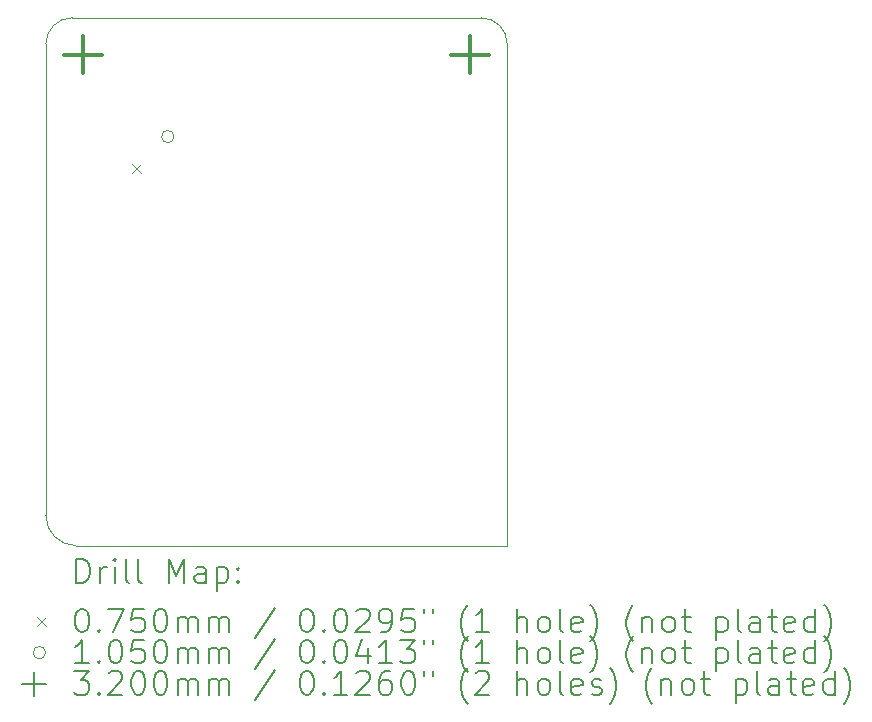
<source format=gbr>
%TF.GenerationSoftware,KiCad,Pcbnew,7.0.9*%
%TF.CreationDate,2025-01-29T12:58:42-06:00*%
%TF.ProjectId,powertrain,706f7765-7274-4726-9169-6e2e6b696361,rev?*%
%TF.SameCoordinates,Original*%
%TF.FileFunction,Drillmap*%
%TF.FilePolarity,Positive*%
%FSLAX45Y45*%
G04 Gerber Fmt 4.5, Leading zero omitted, Abs format (unit mm)*
G04 Created by KiCad (PCBNEW 7.0.9) date 2025-01-29 12:58:42*
%MOMM*%
%LPD*%
G01*
G04 APERTURE LIST*
%ADD10C,0.050000*%
%ADD11C,0.200000*%
%ADD12C,0.100000*%
%ADD13C,0.105000*%
%ADD14C,0.320000*%
G04 APERTURE END LIST*
D10*
X3462000Y-2062500D02*
X6921500Y-2062500D01*
X7145000Y-2286000D02*
X7145000Y-6532000D01*
X3238500Y-2286000D02*
X3238500Y-6223000D01*
X3462000Y-2062500D02*
G75*
G03*
X3238500Y-2286000I0J-223500D01*
G01*
X3238500Y-6278000D02*
G75*
G03*
X3492500Y-6532000I254000J0D01*
G01*
X3492500Y-6532000D02*
X7145000Y-6532000D01*
X7145000Y-2286000D02*
G75*
G03*
X6921500Y-2062500I-223500J0D01*
G01*
X3238500Y-6223000D02*
X3238500Y-6278000D01*
D11*
D12*
X3964814Y-3300786D02*
X4039814Y-3375786D01*
X4039814Y-3300786D02*
X3964814Y-3375786D01*
D13*
X4323515Y-3069585D02*
G75*
G03*
X4323515Y-3069585I-52500J0D01*
G01*
D14*
X3556000Y-2214900D02*
X3556000Y-2534900D01*
X3396000Y-2374900D02*
X3716000Y-2374900D01*
X6832600Y-2214900D02*
X6832600Y-2534900D01*
X6672600Y-2374900D02*
X6992600Y-2374900D01*
D11*
X3496777Y-6845984D02*
X3496777Y-6645984D01*
X3496777Y-6645984D02*
X3544396Y-6645984D01*
X3544396Y-6645984D02*
X3572967Y-6655508D01*
X3572967Y-6655508D02*
X3592015Y-6674555D01*
X3592015Y-6674555D02*
X3601539Y-6693603D01*
X3601539Y-6693603D02*
X3611062Y-6731698D01*
X3611062Y-6731698D02*
X3611062Y-6760269D01*
X3611062Y-6760269D02*
X3601539Y-6798365D01*
X3601539Y-6798365D02*
X3592015Y-6817412D01*
X3592015Y-6817412D02*
X3572967Y-6836460D01*
X3572967Y-6836460D02*
X3544396Y-6845984D01*
X3544396Y-6845984D02*
X3496777Y-6845984D01*
X3696777Y-6845984D02*
X3696777Y-6712650D01*
X3696777Y-6750746D02*
X3706301Y-6731698D01*
X3706301Y-6731698D02*
X3715824Y-6722174D01*
X3715824Y-6722174D02*
X3734872Y-6712650D01*
X3734872Y-6712650D02*
X3753920Y-6712650D01*
X3820586Y-6845984D02*
X3820586Y-6712650D01*
X3820586Y-6645984D02*
X3811062Y-6655508D01*
X3811062Y-6655508D02*
X3820586Y-6665031D01*
X3820586Y-6665031D02*
X3830110Y-6655508D01*
X3830110Y-6655508D02*
X3820586Y-6645984D01*
X3820586Y-6645984D02*
X3820586Y-6665031D01*
X3944396Y-6845984D02*
X3925348Y-6836460D01*
X3925348Y-6836460D02*
X3915824Y-6817412D01*
X3915824Y-6817412D02*
X3915824Y-6645984D01*
X4049158Y-6845984D02*
X4030110Y-6836460D01*
X4030110Y-6836460D02*
X4020586Y-6817412D01*
X4020586Y-6817412D02*
X4020586Y-6645984D01*
X4277729Y-6845984D02*
X4277729Y-6645984D01*
X4277729Y-6645984D02*
X4344396Y-6788841D01*
X4344396Y-6788841D02*
X4411063Y-6645984D01*
X4411063Y-6645984D02*
X4411063Y-6845984D01*
X4592015Y-6845984D02*
X4592015Y-6741222D01*
X4592015Y-6741222D02*
X4582491Y-6722174D01*
X4582491Y-6722174D02*
X4563444Y-6712650D01*
X4563444Y-6712650D02*
X4525348Y-6712650D01*
X4525348Y-6712650D02*
X4506301Y-6722174D01*
X4592015Y-6836460D02*
X4572967Y-6845984D01*
X4572967Y-6845984D02*
X4525348Y-6845984D01*
X4525348Y-6845984D02*
X4506301Y-6836460D01*
X4506301Y-6836460D02*
X4496777Y-6817412D01*
X4496777Y-6817412D02*
X4496777Y-6798365D01*
X4496777Y-6798365D02*
X4506301Y-6779317D01*
X4506301Y-6779317D02*
X4525348Y-6769793D01*
X4525348Y-6769793D02*
X4572967Y-6769793D01*
X4572967Y-6769793D02*
X4592015Y-6760269D01*
X4687253Y-6712650D02*
X4687253Y-6912650D01*
X4687253Y-6722174D02*
X4706301Y-6712650D01*
X4706301Y-6712650D02*
X4744396Y-6712650D01*
X4744396Y-6712650D02*
X4763444Y-6722174D01*
X4763444Y-6722174D02*
X4772967Y-6731698D01*
X4772967Y-6731698D02*
X4782491Y-6750746D01*
X4782491Y-6750746D02*
X4782491Y-6807888D01*
X4782491Y-6807888D02*
X4772967Y-6826936D01*
X4772967Y-6826936D02*
X4763444Y-6836460D01*
X4763444Y-6836460D02*
X4744396Y-6845984D01*
X4744396Y-6845984D02*
X4706301Y-6845984D01*
X4706301Y-6845984D02*
X4687253Y-6836460D01*
X4868205Y-6826936D02*
X4877729Y-6836460D01*
X4877729Y-6836460D02*
X4868205Y-6845984D01*
X4868205Y-6845984D02*
X4858682Y-6836460D01*
X4858682Y-6836460D02*
X4868205Y-6826936D01*
X4868205Y-6826936D02*
X4868205Y-6845984D01*
X4868205Y-6722174D02*
X4877729Y-6731698D01*
X4877729Y-6731698D02*
X4868205Y-6741222D01*
X4868205Y-6741222D02*
X4858682Y-6731698D01*
X4858682Y-6731698D02*
X4868205Y-6722174D01*
X4868205Y-6722174D02*
X4868205Y-6741222D01*
D12*
X3161000Y-7137000D02*
X3236000Y-7212000D01*
X3236000Y-7137000D02*
X3161000Y-7212000D01*
D11*
X3534872Y-7065984D02*
X3553920Y-7065984D01*
X3553920Y-7065984D02*
X3572967Y-7075508D01*
X3572967Y-7075508D02*
X3582491Y-7085031D01*
X3582491Y-7085031D02*
X3592015Y-7104079D01*
X3592015Y-7104079D02*
X3601539Y-7142174D01*
X3601539Y-7142174D02*
X3601539Y-7189793D01*
X3601539Y-7189793D02*
X3592015Y-7227888D01*
X3592015Y-7227888D02*
X3582491Y-7246936D01*
X3582491Y-7246936D02*
X3572967Y-7256460D01*
X3572967Y-7256460D02*
X3553920Y-7265984D01*
X3553920Y-7265984D02*
X3534872Y-7265984D01*
X3534872Y-7265984D02*
X3515824Y-7256460D01*
X3515824Y-7256460D02*
X3506301Y-7246936D01*
X3506301Y-7246936D02*
X3496777Y-7227888D01*
X3496777Y-7227888D02*
X3487253Y-7189793D01*
X3487253Y-7189793D02*
X3487253Y-7142174D01*
X3487253Y-7142174D02*
X3496777Y-7104079D01*
X3496777Y-7104079D02*
X3506301Y-7085031D01*
X3506301Y-7085031D02*
X3515824Y-7075508D01*
X3515824Y-7075508D02*
X3534872Y-7065984D01*
X3687253Y-7246936D02*
X3696777Y-7256460D01*
X3696777Y-7256460D02*
X3687253Y-7265984D01*
X3687253Y-7265984D02*
X3677729Y-7256460D01*
X3677729Y-7256460D02*
X3687253Y-7246936D01*
X3687253Y-7246936D02*
X3687253Y-7265984D01*
X3763443Y-7065984D02*
X3896777Y-7065984D01*
X3896777Y-7065984D02*
X3811062Y-7265984D01*
X4068205Y-7065984D02*
X3972967Y-7065984D01*
X3972967Y-7065984D02*
X3963443Y-7161222D01*
X3963443Y-7161222D02*
X3972967Y-7151698D01*
X3972967Y-7151698D02*
X3992015Y-7142174D01*
X3992015Y-7142174D02*
X4039634Y-7142174D01*
X4039634Y-7142174D02*
X4058682Y-7151698D01*
X4058682Y-7151698D02*
X4068205Y-7161222D01*
X4068205Y-7161222D02*
X4077729Y-7180269D01*
X4077729Y-7180269D02*
X4077729Y-7227888D01*
X4077729Y-7227888D02*
X4068205Y-7246936D01*
X4068205Y-7246936D02*
X4058682Y-7256460D01*
X4058682Y-7256460D02*
X4039634Y-7265984D01*
X4039634Y-7265984D02*
X3992015Y-7265984D01*
X3992015Y-7265984D02*
X3972967Y-7256460D01*
X3972967Y-7256460D02*
X3963443Y-7246936D01*
X4201539Y-7065984D02*
X4220586Y-7065984D01*
X4220586Y-7065984D02*
X4239634Y-7075508D01*
X4239634Y-7075508D02*
X4249158Y-7085031D01*
X4249158Y-7085031D02*
X4258682Y-7104079D01*
X4258682Y-7104079D02*
X4268205Y-7142174D01*
X4268205Y-7142174D02*
X4268205Y-7189793D01*
X4268205Y-7189793D02*
X4258682Y-7227888D01*
X4258682Y-7227888D02*
X4249158Y-7246936D01*
X4249158Y-7246936D02*
X4239634Y-7256460D01*
X4239634Y-7256460D02*
X4220586Y-7265984D01*
X4220586Y-7265984D02*
X4201539Y-7265984D01*
X4201539Y-7265984D02*
X4182491Y-7256460D01*
X4182491Y-7256460D02*
X4172967Y-7246936D01*
X4172967Y-7246936D02*
X4163443Y-7227888D01*
X4163443Y-7227888D02*
X4153920Y-7189793D01*
X4153920Y-7189793D02*
X4153920Y-7142174D01*
X4153920Y-7142174D02*
X4163443Y-7104079D01*
X4163443Y-7104079D02*
X4172967Y-7085031D01*
X4172967Y-7085031D02*
X4182491Y-7075508D01*
X4182491Y-7075508D02*
X4201539Y-7065984D01*
X4353920Y-7265984D02*
X4353920Y-7132650D01*
X4353920Y-7151698D02*
X4363444Y-7142174D01*
X4363444Y-7142174D02*
X4382491Y-7132650D01*
X4382491Y-7132650D02*
X4411063Y-7132650D01*
X4411063Y-7132650D02*
X4430110Y-7142174D01*
X4430110Y-7142174D02*
X4439634Y-7161222D01*
X4439634Y-7161222D02*
X4439634Y-7265984D01*
X4439634Y-7161222D02*
X4449158Y-7142174D01*
X4449158Y-7142174D02*
X4468205Y-7132650D01*
X4468205Y-7132650D02*
X4496777Y-7132650D01*
X4496777Y-7132650D02*
X4515825Y-7142174D01*
X4515825Y-7142174D02*
X4525348Y-7161222D01*
X4525348Y-7161222D02*
X4525348Y-7265984D01*
X4620586Y-7265984D02*
X4620586Y-7132650D01*
X4620586Y-7151698D02*
X4630110Y-7142174D01*
X4630110Y-7142174D02*
X4649158Y-7132650D01*
X4649158Y-7132650D02*
X4677729Y-7132650D01*
X4677729Y-7132650D02*
X4696777Y-7142174D01*
X4696777Y-7142174D02*
X4706301Y-7161222D01*
X4706301Y-7161222D02*
X4706301Y-7265984D01*
X4706301Y-7161222D02*
X4715825Y-7142174D01*
X4715825Y-7142174D02*
X4734872Y-7132650D01*
X4734872Y-7132650D02*
X4763444Y-7132650D01*
X4763444Y-7132650D02*
X4782491Y-7142174D01*
X4782491Y-7142174D02*
X4792015Y-7161222D01*
X4792015Y-7161222D02*
X4792015Y-7265984D01*
X5182491Y-7056460D02*
X5011063Y-7313603D01*
X5439634Y-7065984D02*
X5458682Y-7065984D01*
X5458682Y-7065984D02*
X5477729Y-7075508D01*
X5477729Y-7075508D02*
X5487253Y-7085031D01*
X5487253Y-7085031D02*
X5496777Y-7104079D01*
X5496777Y-7104079D02*
X5506301Y-7142174D01*
X5506301Y-7142174D02*
X5506301Y-7189793D01*
X5506301Y-7189793D02*
X5496777Y-7227888D01*
X5496777Y-7227888D02*
X5487253Y-7246936D01*
X5487253Y-7246936D02*
X5477729Y-7256460D01*
X5477729Y-7256460D02*
X5458682Y-7265984D01*
X5458682Y-7265984D02*
X5439634Y-7265984D01*
X5439634Y-7265984D02*
X5420587Y-7256460D01*
X5420587Y-7256460D02*
X5411063Y-7246936D01*
X5411063Y-7246936D02*
X5401539Y-7227888D01*
X5401539Y-7227888D02*
X5392015Y-7189793D01*
X5392015Y-7189793D02*
X5392015Y-7142174D01*
X5392015Y-7142174D02*
X5401539Y-7104079D01*
X5401539Y-7104079D02*
X5411063Y-7085031D01*
X5411063Y-7085031D02*
X5420587Y-7075508D01*
X5420587Y-7075508D02*
X5439634Y-7065984D01*
X5592015Y-7246936D02*
X5601539Y-7256460D01*
X5601539Y-7256460D02*
X5592015Y-7265984D01*
X5592015Y-7265984D02*
X5582491Y-7256460D01*
X5582491Y-7256460D02*
X5592015Y-7246936D01*
X5592015Y-7246936D02*
X5592015Y-7265984D01*
X5725348Y-7065984D02*
X5744396Y-7065984D01*
X5744396Y-7065984D02*
X5763444Y-7075508D01*
X5763444Y-7075508D02*
X5772967Y-7085031D01*
X5772967Y-7085031D02*
X5782491Y-7104079D01*
X5782491Y-7104079D02*
X5792015Y-7142174D01*
X5792015Y-7142174D02*
X5792015Y-7189793D01*
X5792015Y-7189793D02*
X5782491Y-7227888D01*
X5782491Y-7227888D02*
X5772967Y-7246936D01*
X5772967Y-7246936D02*
X5763444Y-7256460D01*
X5763444Y-7256460D02*
X5744396Y-7265984D01*
X5744396Y-7265984D02*
X5725348Y-7265984D01*
X5725348Y-7265984D02*
X5706301Y-7256460D01*
X5706301Y-7256460D02*
X5696777Y-7246936D01*
X5696777Y-7246936D02*
X5687253Y-7227888D01*
X5687253Y-7227888D02*
X5677729Y-7189793D01*
X5677729Y-7189793D02*
X5677729Y-7142174D01*
X5677729Y-7142174D02*
X5687253Y-7104079D01*
X5687253Y-7104079D02*
X5696777Y-7085031D01*
X5696777Y-7085031D02*
X5706301Y-7075508D01*
X5706301Y-7075508D02*
X5725348Y-7065984D01*
X5868206Y-7085031D02*
X5877729Y-7075508D01*
X5877729Y-7075508D02*
X5896777Y-7065984D01*
X5896777Y-7065984D02*
X5944396Y-7065984D01*
X5944396Y-7065984D02*
X5963444Y-7075508D01*
X5963444Y-7075508D02*
X5972967Y-7085031D01*
X5972967Y-7085031D02*
X5982491Y-7104079D01*
X5982491Y-7104079D02*
X5982491Y-7123127D01*
X5982491Y-7123127D02*
X5972967Y-7151698D01*
X5972967Y-7151698D02*
X5858682Y-7265984D01*
X5858682Y-7265984D02*
X5982491Y-7265984D01*
X6077729Y-7265984D02*
X6115825Y-7265984D01*
X6115825Y-7265984D02*
X6134872Y-7256460D01*
X6134872Y-7256460D02*
X6144396Y-7246936D01*
X6144396Y-7246936D02*
X6163444Y-7218365D01*
X6163444Y-7218365D02*
X6172967Y-7180269D01*
X6172967Y-7180269D02*
X6172967Y-7104079D01*
X6172967Y-7104079D02*
X6163444Y-7085031D01*
X6163444Y-7085031D02*
X6153920Y-7075508D01*
X6153920Y-7075508D02*
X6134872Y-7065984D01*
X6134872Y-7065984D02*
X6096777Y-7065984D01*
X6096777Y-7065984D02*
X6077729Y-7075508D01*
X6077729Y-7075508D02*
X6068206Y-7085031D01*
X6068206Y-7085031D02*
X6058682Y-7104079D01*
X6058682Y-7104079D02*
X6058682Y-7151698D01*
X6058682Y-7151698D02*
X6068206Y-7170746D01*
X6068206Y-7170746D02*
X6077729Y-7180269D01*
X6077729Y-7180269D02*
X6096777Y-7189793D01*
X6096777Y-7189793D02*
X6134872Y-7189793D01*
X6134872Y-7189793D02*
X6153920Y-7180269D01*
X6153920Y-7180269D02*
X6163444Y-7170746D01*
X6163444Y-7170746D02*
X6172967Y-7151698D01*
X6353920Y-7065984D02*
X6258682Y-7065984D01*
X6258682Y-7065984D02*
X6249158Y-7161222D01*
X6249158Y-7161222D02*
X6258682Y-7151698D01*
X6258682Y-7151698D02*
X6277729Y-7142174D01*
X6277729Y-7142174D02*
X6325348Y-7142174D01*
X6325348Y-7142174D02*
X6344396Y-7151698D01*
X6344396Y-7151698D02*
X6353920Y-7161222D01*
X6353920Y-7161222D02*
X6363444Y-7180269D01*
X6363444Y-7180269D02*
X6363444Y-7227888D01*
X6363444Y-7227888D02*
X6353920Y-7246936D01*
X6353920Y-7246936D02*
X6344396Y-7256460D01*
X6344396Y-7256460D02*
X6325348Y-7265984D01*
X6325348Y-7265984D02*
X6277729Y-7265984D01*
X6277729Y-7265984D02*
X6258682Y-7256460D01*
X6258682Y-7256460D02*
X6249158Y-7246936D01*
X6439634Y-7065984D02*
X6439634Y-7104079D01*
X6515825Y-7065984D02*
X6515825Y-7104079D01*
X6811063Y-7342174D02*
X6801539Y-7332650D01*
X6801539Y-7332650D02*
X6782491Y-7304079D01*
X6782491Y-7304079D02*
X6772968Y-7285031D01*
X6772968Y-7285031D02*
X6763444Y-7256460D01*
X6763444Y-7256460D02*
X6753920Y-7208841D01*
X6753920Y-7208841D02*
X6753920Y-7170746D01*
X6753920Y-7170746D02*
X6763444Y-7123127D01*
X6763444Y-7123127D02*
X6772968Y-7094555D01*
X6772968Y-7094555D02*
X6782491Y-7075508D01*
X6782491Y-7075508D02*
X6801539Y-7046936D01*
X6801539Y-7046936D02*
X6811063Y-7037412D01*
X6992015Y-7265984D02*
X6877729Y-7265984D01*
X6934872Y-7265984D02*
X6934872Y-7065984D01*
X6934872Y-7065984D02*
X6915825Y-7094555D01*
X6915825Y-7094555D02*
X6896777Y-7113603D01*
X6896777Y-7113603D02*
X6877729Y-7123127D01*
X7230110Y-7265984D02*
X7230110Y-7065984D01*
X7315825Y-7265984D02*
X7315825Y-7161222D01*
X7315825Y-7161222D02*
X7306301Y-7142174D01*
X7306301Y-7142174D02*
X7287253Y-7132650D01*
X7287253Y-7132650D02*
X7258682Y-7132650D01*
X7258682Y-7132650D02*
X7239634Y-7142174D01*
X7239634Y-7142174D02*
X7230110Y-7151698D01*
X7439634Y-7265984D02*
X7420587Y-7256460D01*
X7420587Y-7256460D02*
X7411063Y-7246936D01*
X7411063Y-7246936D02*
X7401539Y-7227888D01*
X7401539Y-7227888D02*
X7401539Y-7170746D01*
X7401539Y-7170746D02*
X7411063Y-7151698D01*
X7411063Y-7151698D02*
X7420587Y-7142174D01*
X7420587Y-7142174D02*
X7439634Y-7132650D01*
X7439634Y-7132650D02*
X7468206Y-7132650D01*
X7468206Y-7132650D02*
X7487253Y-7142174D01*
X7487253Y-7142174D02*
X7496777Y-7151698D01*
X7496777Y-7151698D02*
X7506301Y-7170746D01*
X7506301Y-7170746D02*
X7506301Y-7227888D01*
X7506301Y-7227888D02*
X7496777Y-7246936D01*
X7496777Y-7246936D02*
X7487253Y-7256460D01*
X7487253Y-7256460D02*
X7468206Y-7265984D01*
X7468206Y-7265984D02*
X7439634Y-7265984D01*
X7620587Y-7265984D02*
X7601539Y-7256460D01*
X7601539Y-7256460D02*
X7592015Y-7237412D01*
X7592015Y-7237412D02*
X7592015Y-7065984D01*
X7772968Y-7256460D02*
X7753920Y-7265984D01*
X7753920Y-7265984D02*
X7715825Y-7265984D01*
X7715825Y-7265984D02*
X7696777Y-7256460D01*
X7696777Y-7256460D02*
X7687253Y-7237412D01*
X7687253Y-7237412D02*
X7687253Y-7161222D01*
X7687253Y-7161222D02*
X7696777Y-7142174D01*
X7696777Y-7142174D02*
X7715825Y-7132650D01*
X7715825Y-7132650D02*
X7753920Y-7132650D01*
X7753920Y-7132650D02*
X7772968Y-7142174D01*
X7772968Y-7142174D02*
X7782491Y-7161222D01*
X7782491Y-7161222D02*
X7782491Y-7180269D01*
X7782491Y-7180269D02*
X7687253Y-7199317D01*
X7849158Y-7342174D02*
X7858682Y-7332650D01*
X7858682Y-7332650D02*
X7877730Y-7304079D01*
X7877730Y-7304079D02*
X7887253Y-7285031D01*
X7887253Y-7285031D02*
X7896777Y-7256460D01*
X7896777Y-7256460D02*
X7906301Y-7208841D01*
X7906301Y-7208841D02*
X7906301Y-7170746D01*
X7906301Y-7170746D02*
X7896777Y-7123127D01*
X7896777Y-7123127D02*
X7887253Y-7094555D01*
X7887253Y-7094555D02*
X7877730Y-7075508D01*
X7877730Y-7075508D02*
X7858682Y-7046936D01*
X7858682Y-7046936D02*
X7849158Y-7037412D01*
X8211063Y-7342174D02*
X8201539Y-7332650D01*
X8201539Y-7332650D02*
X8182491Y-7304079D01*
X8182491Y-7304079D02*
X8172968Y-7285031D01*
X8172968Y-7285031D02*
X8163444Y-7256460D01*
X8163444Y-7256460D02*
X8153920Y-7208841D01*
X8153920Y-7208841D02*
X8153920Y-7170746D01*
X8153920Y-7170746D02*
X8163444Y-7123127D01*
X8163444Y-7123127D02*
X8172968Y-7094555D01*
X8172968Y-7094555D02*
X8182491Y-7075508D01*
X8182491Y-7075508D02*
X8201539Y-7046936D01*
X8201539Y-7046936D02*
X8211063Y-7037412D01*
X8287253Y-7132650D02*
X8287253Y-7265984D01*
X8287253Y-7151698D02*
X8296777Y-7142174D01*
X8296777Y-7142174D02*
X8315825Y-7132650D01*
X8315825Y-7132650D02*
X8344396Y-7132650D01*
X8344396Y-7132650D02*
X8363444Y-7142174D01*
X8363444Y-7142174D02*
X8372968Y-7161222D01*
X8372968Y-7161222D02*
X8372968Y-7265984D01*
X8496777Y-7265984D02*
X8477730Y-7256460D01*
X8477730Y-7256460D02*
X8468206Y-7246936D01*
X8468206Y-7246936D02*
X8458682Y-7227888D01*
X8458682Y-7227888D02*
X8458682Y-7170746D01*
X8458682Y-7170746D02*
X8468206Y-7151698D01*
X8468206Y-7151698D02*
X8477730Y-7142174D01*
X8477730Y-7142174D02*
X8496777Y-7132650D01*
X8496777Y-7132650D02*
X8525349Y-7132650D01*
X8525349Y-7132650D02*
X8544396Y-7142174D01*
X8544396Y-7142174D02*
X8553920Y-7151698D01*
X8553920Y-7151698D02*
X8563444Y-7170746D01*
X8563444Y-7170746D02*
X8563444Y-7227888D01*
X8563444Y-7227888D02*
X8553920Y-7246936D01*
X8553920Y-7246936D02*
X8544396Y-7256460D01*
X8544396Y-7256460D02*
X8525349Y-7265984D01*
X8525349Y-7265984D02*
X8496777Y-7265984D01*
X8620587Y-7132650D02*
X8696777Y-7132650D01*
X8649158Y-7065984D02*
X8649158Y-7237412D01*
X8649158Y-7237412D02*
X8658682Y-7256460D01*
X8658682Y-7256460D02*
X8677730Y-7265984D01*
X8677730Y-7265984D02*
X8696777Y-7265984D01*
X8915825Y-7132650D02*
X8915825Y-7332650D01*
X8915825Y-7142174D02*
X8934873Y-7132650D01*
X8934873Y-7132650D02*
X8972968Y-7132650D01*
X8972968Y-7132650D02*
X8992015Y-7142174D01*
X8992015Y-7142174D02*
X9001539Y-7151698D01*
X9001539Y-7151698D02*
X9011063Y-7170746D01*
X9011063Y-7170746D02*
X9011063Y-7227888D01*
X9011063Y-7227888D02*
X9001539Y-7246936D01*
X9001539Y-7246936D02*
X8992015Y-7256460D01*
X8992015Y-7256460D02*
X8972968Y-7265984D01*
X8972968Y-7265984D02*
X8934873Y-7265984D01*
X8934873Y-7265984D02*
X8915825Y-7256460D01*
X9125349Y-7265984D02*
X9106301Y-7256460D01*
X9106301Y-7256460D02*
X9096777Y-7237412D01*
X9096777Y-7237412D02*
X9096777Y-7065984D01*
X9287254Y-7265984D02*
X9287254Y-7161222D01*
X9287254Y-7161222D02*
X9277730Y-7142174D01*
X9277730Y-7142174D02*
X9258682Y-7132650D01*
X9258682Y-7132650D02*
X9220587Y-7132650D01*
X9220587Y-7132650D02*
X9201539Y-7142174D01*
X9287254Y-7256460D02*
X9268206Y-7265984D01*
X9268206Y-7265984D02*
X9220587Y-7265984D01*
X9220587Y-7265984D02*
X9201539Y-7256460D01*
X9201539Y-7256460D02*
X9192015Y-7237412D01*
X9192015Y-7237412D02*
X9192015Y-7218365D01*
X9192015Y-7218365D02*
X9201539Y-7199317D01*
X9201539Y-7199317D02*
X9220587Y-7189793D01*
X9220587Y-7189793D02*
X9268206Y-7189793D01*
X9268206Y-7189793D02*
X9287254Y-7180269D01*
X9353920Y-7132650D02*
X9430111Y-7132650D01*
X9382492Y-7065984D02*
X9382492Y-7237412D01*
X9382492Y-7237412D02*
X9392015Y-7256460D01*
X9392015Y-7256460D02*
X9411063Y-7265984D01*
X9411063Y-7265984D02*
X9430111Y-7265984D01*
X9572968Y-7256460D02*
X9553920Y-7265984D01*
X9553920Y-7265984D02*
X9515825Y-7265984D01*
X9515825Y-7265984D02*
X9496777Y-7256460D01*
X9496777Y-7256460D02*
X9487254Y-7237412D01*
X9487254Y-7237412D02*
X9487254Y-7161222D01*
X9487254Y-7161222D02*
X9496777Y-7142174D01*
X9496777Y-7142174D02*
X9515825Y-7132650D01*
X9515825Y-7132650D02*
X9553920Y-7132650D01*
X9553920Y-7132650D02*
X9572968Y-7142174D01*
X9572968Y-7142174D02*
X9582492Y-7161222D01*
X9582492Y-7161222D02*
X9582492Y-7180269D01*
X9582492Y-7180269D02*
X9487254Y-7199317D01*
X9753920Y-7265984D02*
X9753920Y-7065984D01*
X9753920Y-7256460D02*
X9734873Y-7265984D01*
X9734873Y-7265984D02*
X9696777Y-7265984D01*
X9696777Y-7265984D02*
X9677730Y-7256460D01*
X9677730Y-7256460D02*
X9668206Y-7246936D01*
X9668206Y-7246936D02*
X9658682Y-7227888D01*
X9658682Y-7227888D02*
X9658682Y-7170746D01*
X9658682Y-7170746D02*
X9668206Y-7151698D01*
X9668206Y-7151698D02*
X9677730Y-7142174D01*
X9677730Y-7142174D02*
X9696777Y-7132650D01*
X9696777Y-7132650D02*
X9734873Y-7132650D01*
X9734873Y-7132650D02*
X9753920Y-7142174D01*
X9830111Y-7342174D02*
X9839635Y-7332650D01*
X9839635Y-7332650D02*
X9858682Y-7304079D01*
X9858682Y-7304079D02*
X9868206Y-7285031D01*
X9868206Y-7285031D02*
X9877730Y-7256460D01*
X9877730Y-7256460D02*
X9887254Y-7208841D01*
X9887254Y-7208841D02*
X9887254Y-7170746D01*
X9887254Y-7170746D02*
X9877730Y-7123127D01*
X9877730Y-7123127D02*
X9868206Y-7094555D01*
X9868206Y-7094555D02*
X9858682Y-7075508D01*
X9858682Y-7075508D02*
X9839635Y-7046936D01*
X9839635Y-7046936D02*
X9830111Y-7037412D01*
D13*
X3236000Y-7438500D02*
G75*
G03*
X3236000Y-7438500I-52500J0D01*
G01*
D11*
X3601539Y-7529984D02*
X3487253Y-7529984D01*
X3544396Y-7529984D02*
X3544396Y-7329984D01*
X3544396Y-7329984D02*
X3525348Y-7358555D01*
X3525348Y-7358555D02*
X3506301Y-7377603D01*
X3506301Y-7377603D02*
X3487253Y-7387127D01*
X3687253Y-7510936D02*
X3696777Y-7520460D01*
X3696777Y-7520460D02*
X3687253Y-7529984D01*
X3687253Y-7529984D02*
X3677729Y-7520460D01*
X3677729Y-7520460D02*
X3687253Y-7510936D01*
X3687253Y-7510936D02*
X3687253Y-7529984D01*
X3820586Y-7329984D02*
X3839634Y-7329984D01*
X3839634Y-7329984D02*
X3858682Y-7339508D01*
X3858682Y-7339508D02*
X3868205Y-7349031D01*
X3868205Y-7349031D02*
X3877729Y-7368079D01*
X3877729Y-7368079D02*
X3887253Y-7406174D01*
X3887253Y-7406174D02*
X3887253Y-7453793D01*
X3887253Y-7453793D02*
X3877729Y-7491888D01*
X3877729Y-7491888D02*
X3868205Y-7510936D01*
X3868205Y-7510936D02*
X3858682Y-7520460D01*
X3858682Y-7520460D02*
X3839634Y-7529984D01*
X3839634Y-7529984D02*
X3820586Y-7529984D01*
X3820586Y-7529984D02*
X3801539Y-7520460D01*
X3801539Y-7520460D02*
X3792015Y-7510936D01*
X3792015Y-7510936D02*
X3782491Y-7491888D01*
X3782491Y-7491888D02*
X3772967Y-7453793D01*
X3772967Y-7453793D02*
X3772967Y-7406174D01*
X3772967Y-7406174D02*
X3782491Y-7368079D01*
X3782491Y-7368079D02*
X3792015Y-7349031D01*
X3792015Y-7349031D02*
X3801539Y-7339508D01*
X3801539Y-7339508D02*
X3820586Y-7329984D01*
X4068205Y-7329984D02*
X3972967Y-7329984D01*
X3972967Y-7329984D02*
X3963443Y-7425222D01*
X3963443Y-7425222D02*
X3972967Y-7415698D01*
X3972967Y-7415698D02*
X3992015Y-7406174D01*
X3992015Y-7406174D02*
X4039634Y-7406174D01*
X4039634Y-7406174D02*
X4058682Y-7415698D01*
X4058682Y-7415698D02*
X4068205Y-7425222D01*
X4068205Y-7425222D02*
X4077729Y-7444269D01*
X4077729Y-7444269D02*
X4077729Y-7491888D01*
X4077729Y-7491888D02*
X4068205Y-7510936D01*
X4068205Y-7510936D02*
X4058682Y-7520460D01*
X4058682Y-7520460D02*
X4039634Y-7529984D01*
X4039634Y-7529984D02*
X3992015Y-7529984D01*
X3992015Y-7529984D02*
X3972967Y-7520460D01*
X3972967Y-7520460D02*
X3963443Y-7510936D01*
X4201539Y-7329984D02*
X4220586Y-7329984D01*
X4220586Y-7329984D02*
X4239634Y-7339508D01*
X4239634Y-7339508D02*
X4249158Y-7349031D01*
X4249158Y-7349031D02*
X4258682Y-7368079D01*
X4258682Y-7368079D02*
X4268205Y-7406174D01*
X4268205Y-7406174D02*
X4268205Y-7453793D01*
X4268205Y-7453793D02*
X4258682Y-7491888D01*
X4258682Y-7491888D02*
X4249158Y-7510936D01*
X4249158Y-7510936D02*
X4239634Y-7520460D01*
X4239634Y-7520460D02*
X4220586Y-7529984D01*
X4220586Y-7529984D02*
X4201539Y-7529984D01*
X4201539Y-7529984D02*
X4182491Y-7520460D01*
X4182491Y-7520460D02*
X4172967Y-7510936D01*
X4172967Y-7510936D02*
X4163443Y-7491888D01*
X4163443Y-7491888D02*
X4153920Y-7453793D01*
X4153920Y-7453793D02*
X4153920Y-7406174D01*
X4153920Y-7406174D02*
X4163443Y-7368079D01*
X4163443Y-7368079D02*
X4172967Y-7349031D01*
X4172967Y-7349031D02*
X4182491Y-7339508D01*
X4182491Y-7339508D02*
X4201539Y-7329984D01*
X4353920Y-7529984D02*
X4353920Y-7396650D01*
X4353920Y-7415698D02*
X4363444Y-7406174D01*
X4363444Y-7406174D02*
X4382491Y-7396650D01*
X4382491Y-7396650D02*
X4411063Y-7396650D01*
X4411063Y-7396650D02*
X4430110Y-7406174D01*
X4430110Y-7406174D02*
X4439634Y-7425222D01*
X4439634Y-7425222D02*
X4439634Y-7529984D01*
X4439634Y-7425222D02*
X4449158Y-7406174D01*
X4449158Y-7406174D02*
X4468205Y-7396650D01*
X4468205Y-7396650D02*
X4496777Y-7396650D01*
X4496777Y-7396650D02*
X4515825Y-7406174D01*
X4515825Y-7406174D02*
X4525348Y-7425222D01*
X4525348Y-7425222D02*
X4525348Y-7529984D01*
X4620586Y-7529984D02*
X4620586Y-7396650D01*
X4620586Y-7415698D02*
X4630110Y-7406174D01*
X4630110Y-7406174D02*
X4649158Y-7396650D01*
X4649158Y-7396650D02*
X4677729Y-7396650D01*
X4677729Y-7396650D02*
X4696777Y-7406174D01*
X4696777Y-7406174D02*
X4706301Y-7425222D01*
X4706301Y-7425222D02*
X4706301Y-7529984D01*
X4706301Y-7425222D02*
X4715825Y-7406174D01*
X4715825Y-7406174D02*
X4734872Y-7396650D01*
X4734872Y-7396650D02*
X4763444Y-7396650D01*
X4763444Y-7396650D02*
X4782491Y-7406174D01*
X4782491Y-7406174D02*
X4792015Y-7425222D01*
X4792015Y-7425222D02*
X4792015Y-7529984D01*
X5182491Y-7320460D02*
X5011063Y-7577603D01*
X5439634Y-7329984D02*
X5458682Y-7329984D01*
X5458682Y-7329984D02*
X5477729Y-7339508D01*
X5477729Y-7339508D02*
X5487253Y-7349031D01*
X5487253Y-7349031D02*
X5496777Y-7368079D01*
X5496777Y-7368079D02*
X5506301Y-7406174D01*
X5506301Y-7406174D02*
X5506301Y-7453793D01*
X5506301Y-7453793D02*
X5496777Y-7491888D01*
X5496777Y-7491888D02*
X5487253Y-7510936D01*
X5487253Y-7510936D02*
X5477729Y-7520460D01*
X5477729Y-7520460D02*
X5458682Y-7529984D01*
X5458682Y-7529984D02*
X5439634Y-7529984D01*
X5439634Y-7529984D02*
X5420587Y-7520460D01*
X5420587Y-7520460D02*
X5411063Y-7510936D01*
X5411063Y-7510936D02*
X5401539Y-7491888D01*
X5401539Y-7491888D02*
X5392015Y-7453793D01*
X5392015Y-7453793D02*
X5392015Y-7406174D01*
X5392015Y-7406174D02*
X5401539Y-7368079D01*
X5401539Y-7368079D02*
X5411063Y-7349031D01*
X5411063Y-7349031D02*
X5420587Y-7339508D01*
X5420587Y-7339508D02*
X5439634Y-7329984D01*
X5592015Y-7510936D02*
X5601539Y-7520460D01*
X5601539Y-7520460D02*
X5592015Y-7529984D01*
X5592015Y-7529984D02*
X5582491Y-7520460D01*
X5582491Y-7520460D02*
X5592015Y-7510936D01*
X5592015Y-7510936D02*
X5592015Y-7529984D01*
X5725348Y-7329984D02*
X5744396Y-7329984D01*
X5744396Y-7329984D02*
X5763444Y-7339508D01*
X5763444Y-7339508D02*
X5772967Y-7349031D01*
X5772967Y-7349031D02*
X5782491Y-7368079D01*
X5782491Y-7368079D02*
X5792015Y-7406174D01*
X5792015Y-7406174D02*
X5792015Y-7453793D01*
X5792015Y-7453793D02*
X5782491Y-7491888D01*
X5782491Y-7491888D02*
X5772967Y-7510936D01*
X5772967Y-7510936D02*
X5763444Y-7520460D01*
X5763444Y-7520460D02*
X5744396Y-7529984D01*
X5744396Y-7529984D02*
X5725348Y-7529984D01*
X5725348Y-7529984D02*
X5706301Y-7520460D01*
X5706301Y-7520460D02*
X5696777Y-7510936D01*
X5696777Y-7510936D02*
X5687253Y-7491888D01*
X5687253Y-7491888D02*
X5677729Y-7453793D01*
X5677729Y-7453793D02*
X5677729Y-7406174D01*
X5677729Y-7406174D02*
X5687253Y-7368079D01*
X5687253Y-7368079D02*
X5696777Y-7349031D01*
X5696777Y-7349031D02*
X5706301Y-7339508D01*
X5706301Y-7339508D02*
X5725348Y-7329984D01*
X5963444Y-7396650D02*
X5963444Y-7529984D01*
X5915825Y-7320460D02*
X5868206Y-7463317D01*
X5868206Y-7463317D02*
X5992015Y-7463317D01*
X6172967Y-7529984D02*
X6058682Y-7529984D01*
X6115825Y-7529984D02*
X6115825Y-7329984D01*
X6115825Y-7329984D02*
X6096777Y-7358555D01*
X6096777Y-7358555D02*
X6077729Y-7377603D01*
X6077729Y-7377603D02*
X6058682Y-7387127D01*
X6239634Y-7329984D02*
X6363444Y-7329984D01*
X6363444Y-7329984D02*
X6296777Y-7406174D01*
X6296777Y-7406174D02*
X6325348Y-7406174D01*
X6325348Y-7406174D02*
X6344396Y-7415698D01*
X6344396Y-7415698D02*
X6353920Y-7425222D01*
X6353920Y-7425222D02*
X6363444Y-7444269D01*
X6363444Y-7444269D02*
X6363444Y-7491888D01*
X6363444Y-7491888D02*
X6353920Y-7510936D01*
X6353920Y-7510936D02*
X6344396Y-7520460D01*
X6344396Y-7520460D02*
X6325348Y-7529984D01*
X6325348Y-7529984D02*
X6268206Y-7529984D01*
X6268206Y-7529984D02*
X6249158Y-7520460D01*
X6249158Y-7520460D02*
X6239634Y-7510936D01*
X6439634Y-7329984D02*
X6439634Y-7368079D01*
X6515825Y-7329984D02*
X6515825Y-7368079D01*
X6811063Y-7606174D02*
X6801539Y-7596650D01*
X6801539Y-7596650D02*
X6782491Y-7568079D01*
X6782491Y-7568079D02*
X6772968Y-7549031D01*
X6772968Y-7549031D02*
X6763444Y-7520460D01*
X6763444Y-7520460D02*
X6753920Y-7472841D01*
X6753920Y-7472841D02*
X6753920Y-7434746D01*
X6753920Y-7434746D02*
X6763444Y-7387127D01*
X6763444Y-7387127D02*
X6772968Y-7358555D01*
X6772968Y-7358555D02*
X6782491Y-7339508D01*
X6782491Y-7339508D02*
X6801539Y-7310936D01*
X6801539Y-7310936D02*
X6811063Y-7301412D01*
X6992015Y-7529984D02*
X6877729Y-7529984D01*
X6934872Y-7529984D02*
X6934872Y-7329984D01*
X6934872Y-7329984D02*
X6915825Y-7358555D01*
X6915825Y-7358555D02*
X6896777Y-7377603D01*
X6896777Y-7377603D02*
X6877729Y-7387127D01*
X7230110Y-7529984D02*
X7230110Y-7329984D01*
X7315825Y-7529984D02*
X7315825Y-7425222D01*
X7315825Y-7425222D02*
X7306301Y-7406174D01*
X7306301Y-7406174D02*
X7287253Y-7396650D01*
X7287253Y-7396650D02*
X7258682Y-7396650D01*
X7258682Y-7396650D02*
X7239634Y-7406174D01*
X7239634Y-7406174D02*
X7230110Y-7415698D01*
X7439634Y-7529984D02*
X7420587Y-7520460D01*
X7420587Y-7520460D02*
X7411063Y-7510936D01*
X7411063Y-7510936D02*
X7401539Y-7491888D01*
X7401539Y-7491888D02*
X7401539Y-7434746D01*
X7401539Y-7434746D02*
X7411063Y-7415698D01*
X7411063Y-7415698D02*
X7420587Y-7406174D01*
X7420587Y-7406174D02*
X7439634Y-7396650D01*
X7439634Y-7396650D02*
X7468206Y-7396650D01*
X7468206Y-7396650D02*
X7487253Y-7406174D01*
X7487253Y-7406174D02*
X7496777Y-7415698D01*
X7496777Y-7415698D02*
X7506301Y-7434746D01*
X7506301Y-7434746D02*
X7506301Y-7491888D01*
X7506301Y-7491888D02*
X7496777Y-7510936D01*
X7496777Y-7510936D02*
X7487253Y-7520460D01*
X7487253Y-7520460D02*
X7468206Y-7529984D01*
X7468206Y-7529984D02*
X7439634Y-7529984D01*
X7620587Y-7529984D02*
X7601539Y-7520460D01*
X7601539Y-7520460D02*
X7592015Y-7501412D01*
X7592015Y-7501412D02*
X7592015Y-7329984D01*
X7772968Y-7520460D02*
X7753920Y-7529984D01*
X7753920Y-7529984D02*
X7715825Y-7529984D01*
X7715825Y-7529984D02*
X7696777Y-7520460D01*
X7696777Y-7520460D02*
X7687253Y-7501412D01*
X7687253Y-7501412D02*
X7687253Y-7425222D01*
X7687253Y-7425222D02*
X7696777Y-7406174D01*
X7696777Y-7406174D02*
X7715825Y-7396650D01*
X7715825Y-7396650D02*
X7753920Y-7396650D01*
X7753920Y-7396650D02*
X7772968Y-7406174D01*
X7772968Y-7406174D02*
X7782491Y-7425222D01*
X7782491Y-7425222D02*
X7782491Y-7444269D01*
X7782491Y-7444269D02*
X7687253Y-7463317D01*
X7849158Y-7606174D02*
X7858682Y-7596650D01*
X7858682Y-7596650D02*
X7877730Y-7568079D01*
X7877730Y-7568079D02*
X7887253Y-7549031D01*
X7887253Y-7549031D02*
X7896777Y-7520460D01*
X7896777Y-7520460D02*
X7906301Y-7472841D01*
X7906301Y-7472841D02*
X7906301Y-7434746D01*
X7906301Y-7434746D02*
X7896777Y-7387127D01*
X7896777Y-7387127D02*
X7887253Y-7358555D01*
X7887253Y-7358555D02*
X7877730Y-7339508D01*
X7877730Y-7339508D02*
X7858682Y-7310936D01*
X7858682Y-7310936D02*
X7849158Y-7301412D01*
X8211063Y-7606174D02*
X8201539Y-7596650D01*
X8201539Y-7596650D02*
X8182491Y-7568079D01*
X8182491Y-7568079D02*
X8172968Y-7549031D01*
X8172968Y-7549031D02*
X8163444Y-7520460D01*
X8163444Y-7520460D02*
X8153920Y-7472841D01*
X8153920Y-7472841D02*
X8153920Y-7434746D01*
X8153920Y-7434746D02*
X8163444Y-7387127D01*
X8163444Y-7387127D02*
X8172968Y-7358555D01*
X8172968Y-7358555D02*
X8182491Y-7339508D01*
X8182491Y-7339508D02*
X8201539Y-7310936D01*
X8201539Y-7310936D02*
X8211063Y-7301412D01*
X8287253Y-7396650D02*
X8287253Y-7529984D01*
X8287253Y-7415698D02*
X8296777Y-7406174D01*
X8296777Y-7406174D02*
X8315825Y-7396650D01*
X8315825Y-7396650D02*
X8344396Y-7396650D01*
X8344396Y-7396650D02*
X8363444Y-7406174D01*
X8363444Y-7406174D02*
X8372968Y-7425222D01*
X8372968Y-7425222D02*
X8372968Y-7529984D01*
X8496777Y-7529984D02*
X8477730Y-7520460D01*
X8477730Y-7520460D02*
X8468206Y-7510936D01*
X8468206Y-7510936D02*
X8458682Y-7491888D01*
X8458682Y-7491888D02*
X8458682Y-7434746D01*
X8458682Y-7434746D02*
X8468206Y-7415698D01*
X8468206Y-7415698D02*
X8477730Y-7406174D01*
X8477730Y-7406174D02*
X8496777Y-7396650D01*
X8496777Y-7396650D02*
X8525349Y-7396650D01*
X8525349Y-7396650D02*
X8544396Y-7406174D01*
X8544396Y-7406174D02*
X8553920Y-7415698D01*
X8553920Y-7415698D02*
X8563444Y-7434746D01*
X8563444Y-7434746D02*
X8563444Y-7491888D01*
X8563444Y-7491888D02*
X8553920Y-7510936D01*
X8553920Y-7510936D02*
X8544396Y-7520460D01*
X8544396Y-7520460D02*
X8525349Y-7529984D01*
X8525349Y-7529984D02*
X8496777Y-7529984D01*
X8620587Y-7396650D02*
X8696777Y-7396650D01*
X8649158Y-7329984D02*
X8649158Y-7501412D01*
X8649158Y-7501412D02*
X8658682Y-7520460D01*
X8658682Y-7520460D02*
X8677730Y-7529984D01*
X8677730Y-7529984D02*
X8696777Y-7529984D01*
X8915825Y-7396650D02*
X8915825Y-7596650D01*
X8915825Y-7406174D02*
X8934873Y-7396650D01*
X8934873Y-7396650D02*
X8972968Y-7396650D01*
X8972968Y-7396650D02*
X8992015Y-7406174D01*
X8992015Y-7406174D02*
X9001539Y-7415698D01*
X9001539Y-7415698D02*
X9011063Y-7434746D01*
X9011063Y-7434746D02*
X9011063Y-7491888D01*
X9011063Y-7491888D02*
X9001539Y-7510936D01*
X9001539Y-7510936D02*
X8992015Y-7520460D01*
X8992015Y-7520460D02*
X8972968Y-7529984D01*
X8972968Y-7529984D02*
X8934873Y-7529984D01*
X8934873Y-7529984D02*
X8915825Y-7520460D01*
X9125349Y-7529984D02*
X9106301Y-7520460D01*
X9106301Y-7520460D02*
X9096777Y-7501412D01*
X9096777Y-7501412D02*
X9096777Y-7329984D01*
X9287254Y-7529984D02*
X9287254Y-7425222D01*
X9287254Y-7425222D02*
X9277730Y-7406174D01*
X9277730Y-7406174D02*
X9258682Y-7396650D01*
X9258682Y-7396650D02*
X9220587Y-7396650D01*
X9220587Y-7396650D02*
X9201539Y-7406174D01*
X9287254Y-7520460D02*
X9268206Y-7529984D01*
X9268206Y-7529984D02*
X9220587Y-7529984D01*
X9220587Y-7529984D02*
X9201539Y-7520460D01*
X9201539Y-7520460D02*
X9192015Y-7501412D01*
X9192015Y-7501412D02*
X9192015Y-7482365D01*
X9192015Y-7482365D02*
X9201539Y-7463317D01*
X9201539Y-7463317D02*
X9220587Y-7453793D01*
X9220587Y-7453793D02*
X9268206Y-7453793D01*
X9268206Y-7453793D02*
X9287254Y-7444269D01*
X9353920Y-7396650D02*
X9430111Y-7396650D01*
X9382492Y-7329984D02*
X9382492Y-7501412D01*
X9382492Y-7501412D02*
X9392015Y-7520460D01*
X9392015Y-7520460D02*
X9411063Y-7529984D01*
X9411063Y-7529984D02*
X9430111Y-7529984D01*
X9572968Y-7520460D02*
X9553920Y-7529984D01*
X9553920Y-7529984D02*
X9515825Y-7529984D01*
X9515825Y-7529984D02*
X9496777Y-7520460D01*
X9496777Y-7520460D02*
X9487254Y-7501412D01*
X9487254Y-7501412D02*
X9487254Y-7425222D01*
X9487254Y-7425222D02*
X9496777Y-7406174D01*
X9496777Y-7406174D02*
X9515825Y-7396650D01*
X9515825Y-7396650D02*
X9553920Y-7396650D01*
X9553920Y-7396650D02*
X9572968Y-7406174D01*
X9572968Y-7406174D02*
X9582492Y-7425222D01*
X9582492Y-7425222D02*
X9582492Y-7444269D01*
X9582492Y-7444269D02*
X9487254Y-7463317D01*
X9753920Y-7529984D02*
X9753920Y-7329984D01*
X9753920Y-7520460D02*
X9734873Y-7529984D01*
X9734873Y-7529984D02*
X9696777Y-7529984D01*
X9696777Y-7529984D02*
X9677730Y-7520460D01*
X9677730Y-7520460D02*
X9668206Y-7510936D01*
X9668206Y-7510936D02*
X9658682Y-7491888D01*
X9658682Y-7491888D02*
X9658682Y-7434746D01*
X9658682Y-7434746D02*
X9668206Y-7415698D01*
X9668206Y-7415698D02*
X9677730Y-7406174D01*
X9677730Y-7406174D02*
X9696777Y-7396650D01*
X9696777Y-7396650D02*
X9734873Y-7396650D01*
X9734873Y-7396650D02*
X9753920Y-7406174D01*
X9830111Y-7606174D02*
X9839635Y-7596650D01*
X9839635Y-7596650D02*
X9858682Y-7568079D01*
X9858682Y-7568079D02*
X9868206Y-7549031D01*
X9868206Y-7549031D02*
X9877730Y-7520460D01*
X9877730Y-7520460D02*
X9887254Y-7472841D01*
X9887254Y-7472841D02*
X9887254Y-7434746D01*
X9887254Y-7434746D02*
X9877730Y-7387127D01*
X9877730Y-7387127D02*
X9868206Y-7358555D01*
X9868206Y-7358555D02*
X9858682Y-7339508D01*
X9858682Y-7339508D02*
X9839635Y-7310936D01*
X9839635Y-7310936D02*
X9830111Y-7301412D01*
X3136000Y-7602500D02*
X3136000Y-7802500D01*
X3036000Y-7702500D02*
X3236000Y-7702500D01*
X3477729Y-7593984D02*
X3601539Y-7593984D01*
X3601539Y-7593984D02*
X3534872Y-7670174D01*
X3534872Y-7670174D02*
X3563443Y-7670174D01*
X3563443Y-7670174D02*
X3582491Y-7679698D01*
X3582491Y-7679698D02*
X3592015Y-7689222D01*
X3592015Y-7689222D02*
X3601539Y-7708269D01*
X3601539Y-7708269D02*
X3601539Y-7755888D01*
X3601539Y-7755888D02*
X3592015Y-7774936D01*
X3592015Y-7774936D02*
X3582491Y-7784460D01*
X3582491Y-7784460D02*
X3563443Y-7793984D01*
X3563443Y-7793984D02*
X3506301Y-7793984D01*
X3506301Y-7793984D02*
X3487253Y-7784460D01*
X3487253Y-7784460D02*
X3477729Y-7774936D01*
X3687253Y-7774936D02*
X3696777Y-7784460D01*
X3696777Y-7784460D02*
X3687253Y-7793984D01*
X3687253Y-7793984D02*
X3677729Y-7784460D01*
X3677729Y-7784460D02*
X3687253Y-7774936D01*
X3687253Y-7774936D02*
X3687253Y-7793984D01*
X3772967Y-7613031D02*
X3782491Y-7603508D01*
X3782491Y-7603508D02*
X3801539Y-7593984D01*
X3801539Y-7593984D02*
X3849158Y-7593984D01*
X3849158Y-7593984D02*
X3868205Y-7603508D01*
X3868205Y-7603508D02*
X3877729Y-7613031D01*
X3877729Y-7613031D02*
X3887253Y-7632079D01*
X3887253Y-7632079D02*
X3887253Y-7651127D01*
X3887253Y-7651127D02*
X3877729Y-7679698D01*
X3877729Y-7679698D02*
X3763443Y-7793984D01*
X3763443Y-7793984D02*
X3887253Y-7793984D01*
X4011062Y-7593984D02*
X4030110Y-7593984D01*
X4030110Y-7593984D02*
X4049158Y-7603508D01*
X4049158Y-7603508D02*
X4058682Y-7613031D01*
X4058682Y-7613031D02*
X4068205Y-7632079D01*
X4068205Y-7632079D02*
X4077729Y-7670174D01*
X4077729Y-7670174D02*
X4077729Y-7717793D01*
X4077729Y-7717793D02*
X4068205Y-7755888D01*
X4068205Y-7755888D02*
X4058682Y-7774936D01*
X4058682Y-7774936D02*
X4049158Y-7784460D01*
X4049158Y-7784460D02*
X4030110Y-7793984D01*
X4030110Y-7793984D02*
X4011062Y-7793984D01*
X4011062Y-7793984D02*
X3992015Y-7784460D01*
X3992015Y-7784460D02*
X3982491Y-7774936D01*
X3982491Y-7774936D02*
X3972967Y-7755888D01*
X3972967Y-7755888D02*
X3963443Y-7717793D01*
X3963443Y-7717793D02*
X3963443Y-7670174D01*
X3963443Y-7670174D02*
X3972967Y-7632079D01*
X3972967Y-7632079D02*
X3982491Y-7613031D01*
X3982491Y-7613031D02*
X3992015Y-7603508D01*
X3992015Y-7603508D02*
X4011062Y-7593984D01*
X4201539Y-7593984D02*
X4220586Y-7593984D01*
X4220586Y-7593984D02*
X4239634Y-7603508D01*
X4239634Y-7603508D02*
X4249158Y-7613031D01*
X4249158Y-7613031D02*
X4258682Y-7632079D01*
X4258682Y-7632079D02*
X4268205Y-7670174D01*
X4268205Y-7670174D02*
X4268205Y-7717793D01*
X4268205Y-7717793D02*
X4258682Y-7755888D01*
X4258682Y-7755888D02*
X4249158Y-7774936D01*
X4249158Y-7774936D02*
X4239634Y-7784460D01*
X4239634Y-7784460D02*
X4220586Y-7793984D01*
X4220586Y-7793984D02*
X4201539Y-7793984D01*
X4201539Y-7793984D02*
X4182491Y-7784460D01*
X4182491Y-7784460D02*
X4172967Y-7774936D01*
X4172967Y-7774936D02*
X4163443Y-7755888D01*
X4163443Y-7755888D02*
X4153920Y-7717793D01*
X4153920Y-7717793D02*
X4153920Y-7670174D01*
X4153920Y-7670174D02*
X4163443Y-7632079D01*
X4163443Y-7632079D02*
X4172967Y-7613031D01*
X4172967Y-7613031D02*
X4182491Y-7603508D01*
X4182491Y-7603508D02*
X4201539Y-7593984D01*
X4353920Y-7793984D02*
X4353920Y-7660650D01*
X4353920Y-7679698D02*
X4363444Y-7670174D01*
X4363444Y-7670174D02*
X4382491Y-7660650D01*
X4382491Y-7660650D02*
X4411063Y-7660650D01*
X4411063Y-7660650D02*
X4430110Y-7670174D01*
X4430110Y-7670174D02*
X4439634Y-7689222D01*
X4439634Y-7689222D02*
X4439634Y-7793984D01*
X4439634Y-7689222D02*
X4449158Y-7670174D01*
X4449158Y-7670174D02*
X4468205Y-7660650D01*
X4468205Y-7660650D02*
X4496777Y-7660650D01*
X4496777Y-7660650D02*
X4515825Y-7670174D01*
X4515825Y-7670174D02*
X4525348Y-7689222D01*
X4525348Y-7689222D02*
X4525348Y-7793984D01*
X4620586Y-7793984D02*
X4620586Y-7660650D01*
X4620586Y-7679698D02*
X4630110Y-7670174D01*
X4630110Y-7670174D02*
X4649158Y-7660650D01*
X4649158Y-7660650D02*
X4677729Y-7660650D01*
X4677729Y-7660650D02*
X4696777Y-7670174D01*
X4696777Y-7670174D02*
X4706301Y-7689222D01*
X4706301Y-7689222D02*
X4706301Y-7793984D01*
X4706301Y-7689222D02*
X4715825Y-7670174D01*
X4715825Y-7670174D02*
X4734872Y-7660650D01*
X4734872Y-7660650D02*
X4763444Y-7660650D01*
X4763444Y-7660650D02*
X4782491Y-7670174D01*
X4782491Y-7670174D02*
X4792015Y-7689222D01*
X4792015Y-7689222D02*
X4792015Y-7793984D01*
X5182491Y-7584460D02*
X5011063Y-7841603D01*
X5439634Y-7593984D02*
X5458682Y-7593984D01*
X5458682Y-7593984D02*
X5477729Y-7603508D01*
X5477729Y-7603508D02*
X5487253Y-7613031D01*
X5487253Y-7613031D02*
X5496777Y-7632079D01*
X5496777Y-7632079D02*
X5506301Y-7670174D01*
X5506301Y-7670174D02*
X5506301Y-7717793D01*
X5506301Y-7717793D02*
X5496777Y-7755888D01*
X5496777Y-7755888D02*
X5487253Y-7774936D01*
X5487253Y-7774936D02*
X5477729Y-7784460D01*
X5477729Y-7784460D02*
X5458682Y-7793984D01*
X5458682Y-7793984D02*
X5439634Y-7793984D01*
X5439634Y-7793984D02*
X5420587Y-7784460D01*
X5420587Y-7784460D02*
X5411063Y-7774936D01*
X5411063Y-7774936D02*
X5401539Y-7755888D01*
X5401539Y-7755888D02*
X5392015Y-7717793D01*
X5392015Y-7717793D02*
X5392015Y-7670174D01*
X5392015Y-7670174D02*
X5401539Y-7632079D01*
X5401539Y-7632079D02*
X5411063Y-7613031D01*
X5411063Y-7613031D02*
X5420587Y-7603508D01*
X5420587Y-7603508D02*
X5439634Y-7593984D01*
X5592015Y-7774936D02*
X5601539Y-7784460D01*
X5601539Y-7784460D02*
X5592015Y-7793984D01*
X5592015Y-7793984D02*
X5582491Y-7784460D01*
X5582491Y-7784460D02*
X5592015Y-7774936D01*
X5592015Y-7774936D02*
X5592015Y-7793984D01*
X5792015Y-7793984D02*
X5677729Y-7793984D01*
X5734872Y-7793984D02*
X5734872Y-7593984D01*
X5734872Y-7593984D02*
X5715825Y-7622555D01*
X5715825Y-7622555D02*
X5696777Y-7641603D01*
X5696777Y-7641603D02*
X5677729Y-7651127D01*
X5868206Y-7613031D02*
X5877729Y-7603508D01*
X5877729Y-7603508D02*
X5896777Y-7593984D01*
X5896777Y-7593984D02*
X5944396Y-7593984D01*
X5944396Y-7593984D02*
X5963444Y-7603508D01*
X5963444Y-7603508D02*
X5972967Y-7613031D01*
X5972967Y-7613031D02*
X5982491Y-7632079D01*
X5982491Y-7632079D02*
X5982491Y-7651127D01*
X5982491Y-7651127D02*
X5972967Y-7679698D01*
X5972967Y-7679698D02*
X5858682Y-7793984D01*
X5858682Y-7793984D02*
X5982491Y-7793984D01*
X6153920Y-7593984D02*
X6115825Y-7593984D01*
X6115825Y-7593984D02*
X6096777Y-7603508D01*
X6096777Y-7603508D02*
X6087253Y-7613031D01*
X6087253Y-7613031D02*
X6068206Y-7641603D01*
X6068206Y-7641603D02*
X6058682Y-7679698D01*
X6058682Y-7679698D02*
X6058682Y-7755888D01*
X6058682Y-7755888D02*
X6068206Y-7774936D01*
X6068206Y-7774936D02*
X6077729Y-7784460D01*
X6077729Y-7784460D02*
X6096777Y-7793984D01*
X6096777Y-7793984D02*
X6134872Y-7793984D01*
X6134872Y-7793984D02*
X6153920Y-7784460D01*
X6153920Y-7784460D02*
X6163444Y-7774936D01*
X6163444Y-7774936D02*
X6172967Y-7755888D01*
X6172967Y-7755888D02*
X6172967Y-7708269D01*
X6172967Y-7708269D02*
X6163444Y-7689222D01*
X6163444Y-7689222D02*
X6153920Y-7679698D01*
X6153920Y-7679698D02*
X6134872Y-7670174D01*
X6134872Y-7670174D02*
X6096777Y-7670174D01*
X6096777Y-7670174D02*
X6077729Y-7679698D01*
X6077729Y-7679698D02*
X6068206Y-7689222D01*
X6068206Y-7689222D02*
X6058682Y-7708269D01*
X6296777Y-7593984D02*
X6315825Y-7593984D01*
X6315825Y-7593984D02*
X6334872Y-7603508D01*
X6334872Y-7603508D02*
X6344396Y-7613031D01*
X6344396Y-7613031D02*
X6353920Y-7632079D01*
X6353920Y-7632079D02*
X6363444Y-7670174D01*
X6363444Y-7670174D02*
X6363444Y-7717793D01*
X6363444Y-7717793D02*
X6353920Y-7755888D01*
X6353920Y-7755888D02*
X6344396Y-7774936D01*
X6344396Y-7774936D02*
X6334872Y-7784460D01*
X6334872Y-7784460D02*
X6315825Y-7793984D01*
X6315825Y-7793984D02*
X6296777Y-7793984D01*
X6296777Y-7793984D02*
X6277729Y-7784460D01*
X6277729Y-7784460D02*
X6268206Y-7774936D01*
X6268206Y-7774936D02*
X6258682Y-7755888D01*
X6258682Y-7755888D02*
X6249158Y-7717793D01*
X6249158Y-7717793D02*
X6249158Y-7670174D01*
X6249158Y-7670174D02*
X6258682Y-7632079D01*
X6258682Y-7632079D02*
X6268206Y-7613031D01*
X6268206Y-7613031D02*
X6277729Y-7603508D01*
X6277729Y-7603508D02*
X6296777Y-7593984D01*
X6439634Y-7593984D02*
X6439634Y-7632079D01*
X6515825Y-7593984D02*
X6515825Y-7632079D01*
X6811063Y-7870174D02*
X6801539Y-7860650D01*
X6801539Y-7860650D02*
X6782491Y-7832079D01*
X6782491Y-7832079D02*
X6772968Y-7813031D01*
X6772968Y-7813031D02*
X6763444Y-7784460D01*
X6763444Y-7784460D02*
X6753920Y-7736841D01*
X6753920Y-7736841D02*
X6753920Y-7698746D01*
X6753920Y-7698746D02*
X6763444Y-7651127D01*
X6763444Y-7651127D02*
X6772968Y-7622555D01*
X6772968Y-7622555D02*
X6782491Y-7603508D01*
X6782491Y-7603508D02*
X6801539Y-7574936D01*
X6801539Y-7574936D02*
X6811063Y-7565412D01*
X6877729Y-7613031D02*
X6887253Y-7603508D01*
X6887253Y-7603508D02*
X6906301Y-7593984D01*
X6906301Y-7593984D02*
X6953920Y-7593984D01*
X6953920Y-7593984D02*
X6972968Y-7603508D01*
X6972968Y-7603508D02*
X6982491Y-7613031D01*
X6982491Y-7613031D02*
X6992015Y-7632079D01*
X6992015Y-7632079D02*
X6992015Y-7651127D01*
X6992015Y-7651127D02*
X6982491Y-7679698D01*
X6982491Y-7679698D02*
X6868206Y-7793984D01*
X6868206Y-7793984D02*
X6992015Y-7793984D01*
X7230110Y-7793984D02*
X7230110Y-7593984D01*
X7315825Y-7793984D02*
X7315825Y-7689222D01*
X7315825Y-7689222D02*
X7306301Y-7670174D01*
X7306301Y-7670174D02*
X7287253Y-7660650D01*
X7287253Y-7660650D02*
X7258682Y-7660650D01*
X7258682Y-7660650D02*
X7239634Y-7670174D01*
X7239634Y-7670174D02*
X7230110Y-7679698D01*
X7439634Y-7793984D02*
X7420587Y-7784460D01*
X7420587Y-7784460D02*
X7411063Y-7774936D01*
X7411063Y-7774936D02*
X7401539Y-7755888D01*
X7401539Y-7755888D02*
X7401539Y-7698746D01*
X7401539Y-7698746D02*
X7411063Y-7679698D01*
X7411063Y-7679698D02*
X7420587Y-7670174D01*
X7420587Y-7670174D02*
X7439634Y-7660650D01*
X7439634Y-7660650D02*
X7468206Y-7660650D01*
X7468206Y-7660650D02*
X7487253Y-7670174D01*
X7487253Y-7670174D02*
X7496777Y-7679698D01*
X7496777Y-7679698D02*
X7506301Y-7698746D01*
X7506301Y-7698746D02*
X7506301Y-7755888D01*
X7506301Y-7755888D02*
X7496777Y-7774936D01*
X7496777Y-7774936D02*
X7487253Y-7784460D01*
X7487253Y-7784460D02*
X7468206Y-7793984D01*
X7468206Y-7793984D02*
X7439634Y-7793984D01*
X7620587Y-7793984D02*
X7601539Y-7784460D01*
X7601539Y-7784460D02*
X7592015Y-7765412D01*
X7592015Y-7765412D02*
X7592015Y-7593984D01*
X7772968Y-7784460D02*
X7753920Y-7793984D01*
X7753920Y-7793984D02*
X7715825Y-7793984D01*
X7715825Y-7793984D02*
X7696777Y-7784460D01*
X7696777Y-7784460D02*
X7687253Y-7765412D01*
X7687253Y-7765412D02*
X7687253Y-7689222D01*
X7687253Y-7689222D02*
X7696777Y-7670174D01*
X7696777Y-7670174D02*
X7715825Y-7660650D01*
X7715825Y-7660650D02*
X7753920Y-7660650D01*
X7753920Y-7660650D02*
X7772968Y-7670174D01*
X7772968Y-7670174D02*
X7782491Y-7689222D01*
X7782491Y-7689222D02*
X7782491Y-7708269D01*
X7782491Y-7708269D02*
X7687253Y-7727317D01*
X7858682Y-7784460D02*
X7877730Y-7793984D01*
X7877730Y-7793984D02*
X7915825Y-7793984D01*
X7915825Y-7793984D02*
X7934872Y-7784460D01*
X7934872Y-7784460D02*
X7944396Y-7765412D01*
X7944396Y-7765412D02*
X7944396Y-7755888D01*
X7944396Y-7755888D02*
X7934872Y-7736841D01*
X7934872Y-7736841D02*
X7915825Y-7727317D01*
X7915825Y-7727317D02*
X7887253Y-7727317D01*
X7887253Y-7727317D02*
X7868206Y-7717793D01*
X7868206Y-7717793D02*
X7858682Y-7698746D01*
X7858682Y-7698746D02*
X7858682Y-7689222D01*
X7858682Y-7689222D02*
X7868206Y-7670174D01*
X7868206Y-7670174D02*
X7887253Y-7660650D01*
X7887253Y-7660650D02*
X7915825Y-7660650D01*
X7915825Y-7660650D02*
X7934872Y-7670174D01*
X8011063Y-7870174D02*
X8020587Y-7860650D01*
X8020587Y-7860650D02*
X8039634Y-7832079D01*
X8039634Y-7832079D02*
X8049158Y-7813031D01*
X8049158Y-7813031D02*
X8058682Y-7784460D01*
X8058682Y-7784460D02*
X8068206Y-7736841D01*
X8068206Y-7736841D02*
X8068206Y-7698746D01*
X8068206Y-7698746D02*
X8058682Y-7651127D01*
X8058682Y-7651127D02*
X8049158Y-7622555D01*
X8049158Y-7622555D02*
X8039634Y-7603508D01*
X8039634Y-7603508D02*
X8020587Y-7574936D01*
X8020587Y-7574936D02*
X8011063Y-7565412D01*
X8372968Y-7870174D02*
X8363444Y-7860650D01*
X8363444Y-7860650D02*
X8344396Y-7832079D01*
X8344396Y-7832079D02*
X8334872Y-7813031D01*
X8334872Y-7813031D02*
X8325349Y-7784460D01*
X8325349Y-7784460D02*
X8315825Y-7736841D01*
X8315825Y-7736841D02*
X8315825Y-7698746D01*
X8315825Y-7698746D02*
X8325349Y-7651127D01*
X8325349Y-7651127D02*
X8334872Y-7622555D01*
X8334872Y-7622555D02*
X8344396Y-7603508D01*
X8344396Y-7603508D02*
X8363444Y-7574936D01*
X8363444Y-7574936D02*
X8372968Y-7565412D01*
X8449158Y-7660650D02*
X8449158Y-7793984D01*
X8449158Y-7679698D02*
X8458682Y-7670174D01*
X8458682Y-7670174D02*
X8477730Y-7660650D01*
X8477730Y-7660650D02*
X8506301Y-7660650D01*
X8506301Y-7660650D02*
X8525349Y-7670174D01*
X8525349Y-7670174D02*
X8534873Y-7689222D01*
X8534873Y-7689222D02*
X8534873Y-7793984D01*
X8658682Y-7793984D02*
X8639634Y-7784460D01*
X8639634Y-7784460D02*
X8630111Y-7774936D01*
X8630111Y-7774936D02*
X8620587Y-7755888D01*
X8620587Y-7755888D02*
X8620587Y-7698746D01*
X8620587Y-7698746D02*
X8630111Y-7679698D01*
X8630111Y-7679698D02*
X8639634Y-7670174D01*
X8639634Y-7670174D02*
X8658682Y-7660650D01*
X8658682Y-7660650D02*
X8687254Y-7660650D01*
X8687254Y-7660650D02*
X8706301Y-7670174D01*
X8706301Y-7670174D02*
X8715825Y-7679698D01*
X8715825Y-7679698D02*
X8725349Y-7698746D01*
X8725349Y-7698746D02*
X8725349Y-7755888D01*
X8725349Y-7755888D02*
X8715825Y-7774936D01*
X8715825Y-7774936D02*
X8706301Y-7784460D01*
X8706301Y-7784460D02*
X8687254Y-7793984D01*
X8687254Y-7793984D02*
X8658682Y-7793984D01*
X8782492Y-7660650D02*
X8858682Y-7660650D01*
X8811063Y-7593984D02*
X8811063Y-7765412D01*
X8811063Y-7765412D02*
X8820587Y-7784460D01*
X8820587Y-7784460D02*
X8839634Y-7793984D01*
X8839634Y-7793984D02*
X8858682Y-7793984D01*
X9077730Y-7660650D02*
X9077730Y-7860650D01*
X9077730Y-7670174D02*
X9096777Y-7660650D01*
X9096777Y-7660650D02*
X9134873Y-7660650D01*
X9134873Y-7660650D02*
X9153920Y-7670174D01*
X9153920Y-7670174D02*
X9163444Y-7679698D01*
X9163444Y-7679698D02*
X9172968Y-7698746D01*
X9172968Y-7698746D02*
X9172968Y-7755888D01*
X9172968Y-7755888D02*
X9163444Y-7774936D01*
X9163444Y-7774936D02*
X9153920Y-7784460D01*
X9153920Y-7784460D02*
X9134873Y-7793984D01*
X9134873Y-7793984D02*
X9096777Y-7793984D01*
X9096777Y-7793984D02*
X9077730Y-7784460D01*
X9287254Y-7793984D02*
X9268206Y-7784460D01*
X9268206Y-7784460D02*
X9258682Y-7765412D01*
X9258682Y-7765412D02*
X9258682Y-7593984D01*
X9449158Y-7793984D02*
X9449158Y-7689222D01*
X9449158Y-7689222D02*
X9439635Y-7670174D01*
X9439635Y-7670174D02*
X9420587Y-7660650D01*
X9420587Y-7660650D02*
X9382492Y-7660650D01*
X9382492Y-7660650D02*
X9363444Y-7670174D01*
X9449158Y-7784460D02*
X9430111Y-7793984D01*
X9430111Y-7793984D02*
X9382492Y-7793984D01*
X9382492Y-7793984D02*
X9363444Y-7784460D01*
X9363444Y-7784460D02*
X9353920Y-7765412D01*
X9353920Y-7765412D02*
X9353920Y-7746365D01*
X9353920Y-7746365D02*
X9363444Y-7727317D01*
X9363444Y-7727317D02*
X9382492Y-7717793D01*
X9382492Y-7717793D02*
X9430111Y-7717793D01*
X9430111Y-7717793D02*
X9449158Y-7708269D01*
X9515825Y-7660650D02*
X9592015Y-7660650D01*
X9544396Y-7593984D02*
X9544396Y-7765412D01*
X9544396Y-7765412D02*
X9553920Y-7784460D01*
X9553920Y-7784460D02*
X9572968Y-7793984D01*
X9572968Y-7793984D02*
X9592015Y-7793984D01*
X9734873Y-7784460D02*
X9715825Y-7793984D01*
X9715825Y-7793984D02*
X9677730Y-7793984D01*
X9677730Y-7793984D02*
X9658682Y-7784460D01*
X9658682Y-7784460D02*
X9649158Y-7765412D01*
X9649158Y-7765412D02*
X9649158Y-7689222D01*
X9649158Y-7689222D02*
X9658682Y-7670174D01*
X9658682Y-7670174D02*
X9677730Y-7660650D01*
X9677730Y-7660650D02*
X9715825Y-7660650D01*
X9715825Y-7660650D02*
X9734873Y-7670174D01*
X9734873Y-7670174D02*
X9744396Y-7689222D01*
X9744396Y-7689222D02*
X9744396Y-7708269D01*
X9744396Y-7708269D02*
X9649158Y-7727317D01*
X9915825Y-7793984D02*
X9915825Y-7593984D01*
X9915825Y-7784460D02*
X9896777Y-7793984D01*
X9896777Y-7793984D02*
X9858682Y-7793984D01*
X9858682Y-7793984D02*
X9839635Y-7784460D01*
X9839635Y-7784460D02*
X9830111Y-7774936D01*
X9830111Y-7774936D02*
X9820587Y-7755888D01*
X9820587Y-7755888D02*
X9820587Y-7698746D01*
X9820587Y-7698746D02*
X9830111Y-7679698D01*
X9830111Y-7679698D02*
X9839635Y-7670174D01*
X9839635Y-7670174D02*
X9858682Y-7660650D01*
X9858682Y-7660650D02*
X9896777Y-7660650D01*
X9896777Y-7660650D02*
X9915825Y-7670174D01*
X9992016Y-7870174D02*
X10001539Y-7860650D01*
X10001539Y-7860650D02*
X10020587Y-7832079D01*
X10020587Y-7832079D02*
X10030111Y-7813031D01*
X10030111Y-7813031D02*
X10039635Y-7784460D01*
X10039635Y-7784460D02*
X10049158Y-7736841D01*
X10049158Y-7736841D02*
X10049158Y-7698746D01*
X10049158Y-7698746D02*
X10039635Y-7651127D01*
X10039635Y-7651127D02*
X10030111Y-7622555D01*
X10030111Y-7622555D02*
X10020587Y-7603508D01*
X10020587Y-7603508D02*
X10001539Y-7574936D01*
X10001539Y-7574936D02*
X9992016Y-7565412D01*
M02*

</source>
